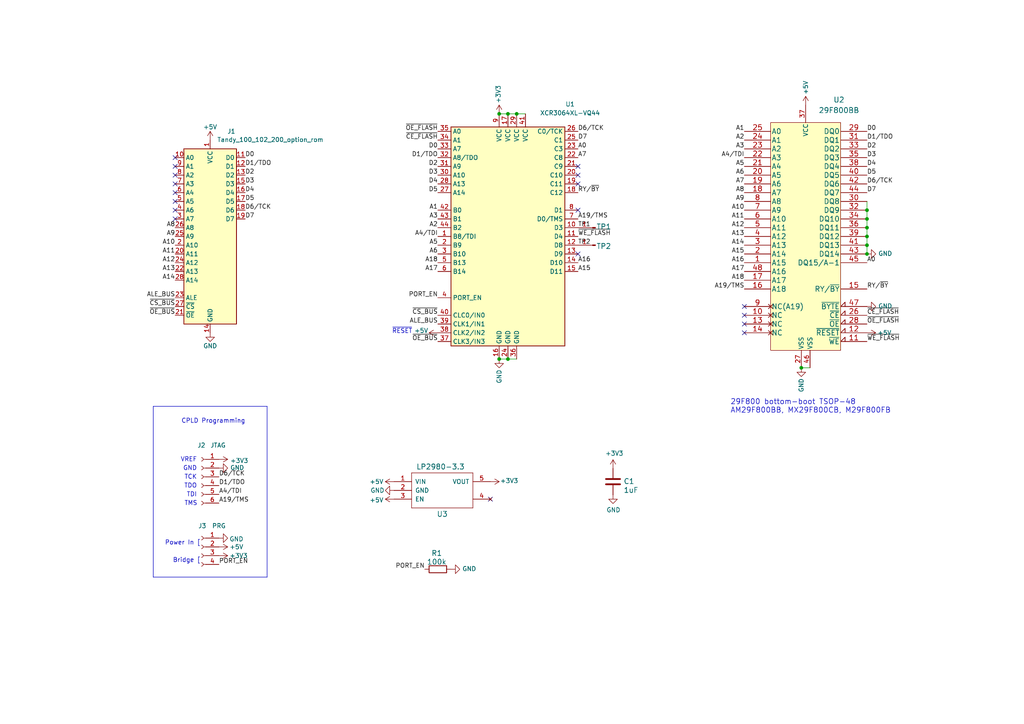
<source format=kicad_sch>
(kicad_sch (version 20230121) (generator eeschema)
  (paper "A4")
  (title_block (date "2023-06-27") (rev "001"))
  (lib_symbols
    (symbol "000_LOCAL:29F800" (pin_names (offset 0.254))
      (property "Reference" "U" (at -10.16 3.81 0))
      (property "Value" "29F800" (at 2.54 3.81 0))
      (symbol "29F800_1_0"
        (pin power_in line (at -1.27 -68.58 90) (length 5.08) (name "VSS") (number "27"))
        (pin power_in line (at 0 7.62 270) (length 5.08) (name "VCC") (number "37"))
        (pin power_in line (at 1.27 -68.58 90) (length 5.08) (name "VSS") (number "46"))
      )
      (symbol "29F800_1_1"
        (rectangle (start -10.16 2.54) (end 10.16 -63.5) (fill (type background)))
        (pin input line (at -17.78 -38.1 0) (length 7.62) (name "A15") (number "1"))
        (pin passive non_logic (at -17.78 -53.34 0) (length 7.62) (name "NC") (number "10"))
        (pin input input_low (at 17.78 -60.96 180) (length 7.62) (name "~{WE}") (number "11"))
        (pin input input_low (at 17.78 -58.42 180) (length 7.62) (name "~{RESET}") (number "12"))
        (pin passive non_logic (at -17.78 -55.88 0) (length 7.62) (name "NC") (number "13"))
        (pin passive non_logic (at -17.78 -58.42 0) (length 7.62) (name "NC") (number "14"))
        (pin output line (at 17.78 -45.72 180) (length 7.62) (name "RY/~{BY}") (number "15"))
        (pin input line (at -17.78 -45.72 0) (length 7.62) (name "A18") (number "16"))
        (pin input line (at -17.78 -43.18 0) (length 7.62) (name "A17") (number "17"))
        (pin input line (at -17.78 -17.78 0) (length 7.62) (name "A7") (number "18"))
        (pin input line (at -17.78 -15.24 0) (length 7.62) (name "A6") (number "19"))
        (pin input line (at -17.78 -35.56 0) (length 7.62) (name "A14") (number "2"))
        (pin input line (at -17.78 -12.7 0) (length 7.62) (name "A5") (number "20"))
        (pin input line (at -17.78 -10.16 0) (length 7.62) (name "A4") (number "21"))
        (pin input line (at -17.78 -7.62 0) (length 7.62) (name "A3") (number "22"))
        (pin input line (at -17.78 -5.08 0) (length 7.62) (name "A2") (number "23"))
        (pin input line (at -17.78 -2.54 0) (length 7.62) (name "A1") (number "24"))
        (pin input line (at -17.78 0 0) (length 7.62) (name "A0") (number "25"))
        (pin input input_low (at 17.78 -53.34 180) (length 7.62) (name "~{CE}") (number "26"))
        (pin input input_low (at 17.78 -55.88 180) (length 7.62) (name "~{OE}") (number "28"))
        (pin bidirectional line (at 17.78 0 180) (length 7.62) (name "DQ0") (number "29"))
        (pin input line (at -17.78 -33.02 0) (length 7.62) (name "A13") (number "3"))
        (pin bidirectional line (at 17.78 -20.32 180) (length 7.62) (name "DQ8") (number "30"))
        (pin bidirectional line (at 17.78 -2.54 180) (length 7.62) (name "DQ1") (number "31"))
        (pin bidirectional line (at 17.78 -22.86 180) (length 7.62) (name "DQ9") (number "32"))
        (pin bidirectional line (at 17.78 -5.08 180) (length 7.62) (name "DQ2") (number "33"))
        (pin bidirectional line (at 17.78 -25.4 180) (length 7.62) (name "DQ10") (number "34"))
        (pin bidirectional line (at 17.78 -7.62 180) (length 7.62) (name "DQ3") (number "35"))
        (pin bidirectional line (at 17.78 -27.94 180) (length 7.62) (name "DQ11") (number "36"))
        (pin bidirectional line (at 17.78 -10.16 180) (length 7.62) (name "DQ4") (number "38"))
        (pin bidirectional line (at 17.78 -30.48 180) (length 7.62) (name "DQ12") (number "39"))
        (pin input line (at -17.78 -30.48 0) (length 7.62) (name "A12") (number "4"))
        (pin bidirectional line (at 17.78 -12.7 180) (length 7.62) (name "DQ5") (number "40"))
        (pin bidirectional line (at 17.78 -33.02 180) (length 7.62) (name "DQ13") (number "41"))
        (pin bidirectional line (at 17.78 -15.24 180) (length 7.62) (name "DQ6") (number "42"))
        (pin bidirectional line (at 17.78 -35.56 180) (length 7.62) (name "DQ14") (number "43"))
        (pin bidirectional line (at 17.78 -17.78 180) (length 7.62) (name "DQ7") (number "44"))
        (pin bidirectional line (at 17.78 -38.1 180) (length 7.62) (name "DQ15/A-1") (number "45"))
        (pin input input_low (at 17.78 -50.8 180) (length 7.62) (name "~{BYTE}") (number "47"))
        (pin input line (at -17.78 -40.64 0) (length 7.62) (name "A16") (number "48"))
        (pin input line (at -17.78 -27.94 0) (length 7.62) (name "A11") (number "5"))
        (pin input line (at -17.78 -25.4 0) (length 7.62) (name "A10") (number "6"))
        (pin input line (at -17.78 -22.86 0) (length 7.62) (name "A9") (number "7"))
        (pin input line (at -17.78 -20.32 0) (length 7.62) (name "A8") (number "8"))
        (pin passive non_logic (at -17.78 -50.8 0) (length 7.62) (name "NC(A19)") (number "9"))
      )
    )
    (symbol "000_LOCAL:C" (pin_numbers hide) (pin_names (offset 0.254))
      (property "Reference" "C" (at 0.635 2.54 0))
      (property "Value" "C" (at 0.635 -2.54 0))
      (symbol "C_0_1"
        (polyline (pts (xy -2.032 -0.762) (xy 2.032 -0.762)) (stroke (width 0.508)))
        (polyline (pts (xy -2.032 0.762) (xy 2.032 0.762)) (stroke (width 0.508)))
      )
      (symbol "C_1_1"
        (pin passive line (at 0 3.81 270) (length 2.794) (name "~") (number "1"))
        (pin passive line (at 0 -3.81 90) (length 2.794) (name "~") (number "2"))
      )
    )
    (symbol "000_LOCAL:LP2980" (pin_names (offset 1.016))
      (property "Value" "LP2980" (at -2.54 -10.16 0))
      (symbol "LP2980_1_0"
        (polyline (pts (xy -7.62 -5.08) (xy 10.16 -5.08)))
        (polyline (pts (xy -7.62 5.08) (xy -7.62 -5.08)))
        (polyline (pts (xy 10.16 -5.08) (xy 10.16 5.08)))
        (polyline (pts (xy 10.16 5.08) (xy -7.62 5.08)))
        (pin input line (at -12.7 2.54 0) (length 5.08) (name "VIN") (number "1"))
        (pin power_in line (at -12.7 0 0) (length 5.08) (name "GND") (number "2"))
        (pin output line (at -12.7 -2.54 0) (length 5.08) (name "EN") (number "3"))
        (pin no_connect line (at 15.24 -2.54 180) (length 5.08) (name "~") (number "4"))
        (pin input line (at 15.24 2.54 180) (length 5.08) (name "VOUT") (number "5"))
      )
    )
    (symbol "000_LOCAL:R" (pin_numbers hide) (pin_names (offset 0))
      (property "Reference" "R" (at 2.032 0 90))
      (property "Value" "R" (at 0 0 90))
      (symbol "R_0_1"
        (rectangle (start -1.016 -2.54) (end 1.016 2.54) (stroke (width 0.254)))
      )
      (symbol "R_1_1"
        (pin passive line (at 0 3.81 270) (length 1.27) (name "~") (number "1"))
        (pin passive line (at 0 -3.81 90) (length 1.27) (name "~") (number "2"))
      )
    )
    (symbol "000_LOCAL:Tandy_100_102_200_option_rom"
      (property "Reference" "U" (at -7.62 26.67 0))
      (property "Value" "Tandy_100_102_200_option_rom" (at 2.54 -26.67 0))
      (symbol "Tandy_100_102_200_option_rom_1_1"
        (rectangle (start -7.62 25.4) (end 7.62 -25.4) (stroke (width 0.254)) (fill (type background)))
        (pin power_in line (at 0 27.94 270) (length 2.54) (name "VCC") (number "1"))
        (pin input line (at -10.16 22.86 0) (length 2.54) (name "A0") (number "10"))
        (pin tri_state line (at 10.16 22.86 180) (length 2.54) (name "D0") (number "11"))
        (pin tri_state line (at 10.16 20.32 180) (length 2.54) (name "D1") (number "12"))
        (pin tri_state line (at 10.16 17.78 180) (length 2.54) (name "D2") (number "13"))
        (pin power_in line (at 0 -27.94 90) (length 2.54) (name "GND") (number "14"))
        (pin tri_state line (at 10.16 15.24 180) (length 2.54) (name "D3") (number "15"))
        (pin tri_state line (at 10.16 12.7 180) (length 2.54) (name "D4") (number "16"))
        (pin tri_state line (at 10.16 10.16 180) (length 2.54) (name "D5") (number "17"))
        (pin tri_state line (at 10.16 7.62 180) (length 2.54) (name "D6") (number "18"))
        (pin tri_state line (at 10.16 5.08 180) (length 2.54) (name "D7") (number "19"))
        (pin input line (at -10.16 -2.54 0) (length 2.54) (name "A10") (number "2"))
        (pin input line (at -10.16 -5.08 0) (length 2.54) (name "A11") (number "20"))
        (pin input line (at -10.16 -22.86 0) (length 2.54) (name "~{OE}") (number "21"))
        (pin input line (at -10.16 -10.16 0) (length 2.54) (name "A13") (number "22"))
        (pin input line (at -10.16 -17.78 0) (length 2.54) (name "ALE") (number "23"))
        (pin input line (at -10.16 -7.62 0) (length 2.54) (name "A12") (number "24"))
        (pin input line (at -10.16 0 0) (length 2.54) (name "A9") (number "25"))
        (pin input line (at -10.16 2.54 0) (length 2.54) (name "A8") (number "26"))
        (pin input line (at -10.16 -20.32 0) (length 2.54) (name "~{CS}") (number "27"))
        (pin input line (at -10.16 -12.7 0) (length 2.54) (name "A14") (number "28"))
        (pin input line (at -10.16 5.08 0) (length 2.54) (name "A7") (number "3"))
        (pin input line (at -10.16 7.62 0) (length 2.54) (name "A6") (number "4"))
        (pin input line (at -10.16 10.16 0) (length 2.54) (name "A5") (number "5"))
        (pin input line (at -10.16 12.7 0) (length 2.54) (name "A4") (number "6"))
        (pin input line (at -10.16 15.24 0) (length 2.54) (name "A3") (number "7"))
        (pin input line (at -10.16 17.78 0) (length 2.54) (name "A2") (number "8"))
        (pin input line (at -10.16 20.32 0) (length 2.54) (name "A1") (number "9"))
      )
    )
    (symbol "000_LOCAL:XCR3064-VQ44"
      (property "Reference" "U" (at 0.254 2.032 0))
      (property "Value" "XCR3064-VQ44" (at 0.127 -2.286 0))
      (symbol "XCR3064-VQ44_1_1"
        (rectangle (start -16.51 31.75) (end 16.51 -31.75) (stroke (width 0.254)) (fill (type background)))
        (pin passive line (at -20.32 0 0) (length 3.81) (name "B8/TDI") (number "1"))
        (pin passive line (at 20.32 2.54 180) (length 3.81) (name "D3") (number "10"))
        (pin passive line (at 20.32 0 180) (length 3.81) (name "D4") (number "11"))
        (pin passive line (at 20.32 -2.54 180) (length 3.81) (name "D8") (number "12"))
        (pin passive line (at 20.32 -5.08 180) (length 3.81) (name "D9") (number "13"))
        (pin passive line (at 20.32 -7.62 180) (length 3.81) (name "D10") (number "14"))
        (pin passive line (at 20.32 -10.16 180) (length 3.81) (name "D11") (number "15"))
        (pin power_in line (at -2.54 -35.56 90) (length 3.81) (name "GND") (number "16"))
        (pin power_in line (at 0 35.56 270) (length 3.81) (name "VCC") (number "17"))
        (pin passive line (at 20.32 12.7 180) (length 3.81) (name "C12") (number "18"))
        (pin passive line (at 20.32 15.24 180) (length 3.81) (name "C11") (number "19"))
        (pin passive line (at -20.32 -2.54 0) (length 3.81) (name "B9") (number "2"))
        (pin passive line (at 20.32 17.78 180) (length 3.81) (name "C10") (number "20"))
        (pin passive line (at 20.32 20.32 180) (length 3.81) (name "C9") (number "21"))
        (pin passive line (at 20.32 22.86 180) (length 3.81) (name "C8") (number "22"))
        (pin passive line (at 20.32 25.4 180) (length 3.81) (name "C3") (number "23"))
        (pin power_in line (at 0 -35.56 90) (length 3.81) (name "GND") (number "24"))
        (pin passive line (at 20.32 27.94 180) (length 3.81) (name "C1") (number "25"))
        (pin passive line (at 20.32 30.48 180) (length 3.81) (name "C0/TCK") (number "26"))
        (pin passive line (at -20.32 12.7 0) (length 3.81) (name "A14") (number "27"))
        (pin passive line (at -20.32 15.24 0) (length 3.81) (name "A13") (number "28"))
        (pin power_in line (at 2.54 35.56 270) (length 3.81) (name "VCC") (number "29"))
        (pin passive line (at -20.32 -5.08 0) (length 3.81) (name "B10") (number "3"))
        (pin passive line (at -20.32 17.78 0) (length 3.81) (name "A10") (number "30"))
        (pin passive line (at -20.32 20.32 0) (length 3.81) (name "A9") (number "31"))
        (pin passive line (at -20.32 22.86 0) (length 3.81) (name "A8/TDO") (number "32"))
        (pin passive line (at -20.32 25.4 0) (length 3.81) (name "A7") (number "33"))
        (pin passive line (at -20.32 27.94 0) (length 3.81) (name "A1") (number "34"))
        (pin passive line (at -20.32 30.48 0) (length 3.81) (name "A0") (number "35"))
        (pin power_in line (at 2.54 -35.56 90) (length 3.81) (name "GND") (number "36"))
        (pin input line (at -20.32 -30.48 0) (length 3.81) (name "CLK3/IN3") (number "37"))
        (pin input line (at -20.32 -27.94 0) (length 3.81) (name "CLK2/IN2") (number "38"))
        (pin input line (at -20.32 -25.4 0) (length 3.81) (name "CLK1/IN1") (number "39"))
        (pin input line (at -20.32 -17.78 0) (length 3.81) (name "PORT_EN") (number "4"))
        (pin input line (at -20.32 -22.86 0) (length 3.81) (name "CLC0/IN0") (number "40"))
        (pin power_in line (at 5.08 35.56 270) (length 3.81) (name "VCC") (number "41"))
        (pin passive line (at -20.32 7.62 0) (length 3.81) (name "B0") (number "42"))
        (pin passive line (at -20.32 5.08 0) (length 3.81) (name "B1") (number "43"))
        (pin passive line (at -20.32 2.54 0) (length 3.81) (name "B2") (number "44"))
        (pin passive line (at -20.32 -7.62 0) (length 3.81) (name "B13") (number "5"))
        (pin passive line (at -20.32 -10.16 0) (length 3.81) (name "B14") (number "6"))
        (pin passive line (at 20.32 5.08 180) (length 3.81) (name "D0/TMS") (number "7"))
        (pin passive line (at 20.32 7.62 180) (length 3.81) (name "D1") (number "8"))
        (pin power_in line (at -2.54 35.56 270) (length 3.81) (name "VCC") (number "9"))
      )
    )
    (symbol "Connector:Conn_01x01_Male" (pin_names (offset 1.016) hide)
      (property "Reference" "J" (at 0 2.54 0))
      (property "Value" "Conn_01x01_Male" (at 0 -2.54 0))
      (symbol "Conn_01x01_Male_1_1"
        (polyline (pts (xy 1.27 0) (xy 0.8636 0)) (stroke (width 0.1524)))
        (rectangle (start 0.8636 0.127) (end 0 -0.127) (stroke (width 0.1524)) (fill (type outline)))
        (pin passive line (at 5.08 0 180) (length 3.81) (name "Pin_1") (number "1"))
      )
    )
    (symbol "Connector:Conn_01x04_Female" (pin_names (offset 1.016) hide)
      (property "Reference" "J" (at 0 5.08 0))
      (property "Value" "Conn_01x04_Female" (at 0 -7.62 0))
      (symbol "Conn_01x04_Female_1_1"
        (arc (start 0 -4.572) (mid -0.5058 -5.08) (end 0 -5.588) (stroke (width 0.1524)))
        (arc (start 0 -2.032) (mid -0.5058 -2.54) (end 0 -3.048) (stroke (width 0.1524)))
        (polyline (pts (xy -1.27 -5.08) (xy -0.508 -5.08)) (stroke (width 0.1524)))
        (polyline (pts (xy -1.27 -2.54) (xy -0.508 -2.54)) (stroke (width 0.1524)))
        (polyline (pts (xy -1.27 0) (xy -0.508 0)) (stroke (width 0.1524)))
        (polyline (pts (xy -1.27 2.54) (xy -0.508 2.54)) (stroke (width 0.1524)))
        (arc (start 0 0.508) (mid -0.5058 0) (end 0 -0.508) (stroke (width 0.1524)))
        (arc (start 0 3.048) (mid -0.5058 2.54) (end 0 2.032) (stroke (width 0.1524)))
        (pin passive line (at -5.08 2.54 0) (length 3.81) (name "Pin_1") (number "1"))
        (pin passive line (at -5.08 0 0) (length 3.81) (name "Pin_2") (number "2"))
        (pin passive line (at -5.08 -2.54 0) (length 3.81) (name "Pin_3") (number "3"))
        (pin passive line (at -5.08 -5.08 0) (length 3.81) (name "Pin_4") (number "4"))
      )
    )
    (symbol "Connector:Conn_01x06_Female" (pin_names (offset 1.016) hide)
      (property "Reference" "J" (at 0 7.62 0))
      (property "Value" "Conn_01x06_Female" (at 0 -10.16 0))
      (symbol "Conn_01x06_Female_1_1"
        (arc (start 0 -7.112) (mid -0.5058 -7.62) (end 0 -8.128) (stroke (width 0.1524)))
        (arc (start 0 -4.572) (mid -0.5058 -5.08) (end 0 -5.588) (stroke (width 0.1524)))
        (arc (start 0 -2.032) (mid -0.5058 -2.54) (end 0 -3.048) (stroke (width 0.1524)))
        (polyline (pts (xy -1.27 -7.62) (xy -0.508 -7.62)) (stroke (width 0.1524)))
        (polyline (pts (xy -1.27 -5.08) (xy -0.508 -5.08)) (stroke (width 0.1524)))
        (polyline (pts (xy -1.27 -2.54) (xy -0.508 -2.54)) (stroke (width 0.1524)))
        (polyline (pts (xy -1.27 0) (xy -0.508 0)) (stroke (width 0.1524)))
        (polyline (pts (xy -1.27 2.54) (xy -0.508 2.54)) (stroke (width 0.1524)))
        (polyline (pts (xy -1.27 5.08) (xy -0.508 5.08)) (stroke (width 0.1524)))
        (arc (start 0 0.508) (mid -0.5058 0) (end 0 -0.508) (stroke (width 0.1524)))
        (arc (start 0 3.048) (mid -0.5058 2.54) (end 0 2.032) (stroke (width 0.1524)))
        (arc (start 0 5.588) (mid -0.5058 5.08) (end 0 4.572) (stroke (width 0.1524)))
        (pin passive line (at -5.08 5.08 0) (length 3.81) (name "Pin_1") (number "1"))
        (pin passive line (at -5.08 2.54 0) (length 3.81) (name "Pin_2") (number "2"))
        (pin passive line (at -5.08 0 0) (length 3.81) (name "Pin_3") (number "3"))
        (pin passive line (at -5.08 -2.54 0) (length 3.81) (name "Pin_4") (number "4"))
        (pin passive line (at -5.08 -5.08 0) (length 3.81) (name "Pin_5") (number "5"))
        (pin passive line (at -5.08 -7.62 0) (length 3.81) (name "Pin_6") (number "6"))
      )
    )
    (symbol "power:+3V3" (power) (pin_names (offset 0))
      (property "Value" "+3V3" (at 0 3.556 0))
      (symbol "+3V3_0_1"
        (polyline (pts (xy -0.762 1.27) (xy 0 2.54)))
        (polyline (pts (xy 0 0) (xy 0 2.54)))
        (polyline (pts (xy 0 2.54) (xy 0.762 1.27)))
      )
      (symbol "+3V3_1_1"
        (pin power_in line (at 0 0 90) (length 0) hide (name "+3V3") (number "1"))
      )
    )
    (symbol "power:+5V" (power) (pin_names (offset 0))
      (property "Value" "+5V" (at 0 3.556 0))
      (symbol "+5V_0_1"
        (polyline (pts (xy -0.762 1.27) (xy 0 2.54)))
        (polyline (pts (xy 0 0) (xy 0 2.54)))
        (polyline (pts (xy 0 2.54) (xy 0.762 1.27)))
      )
      (symbol "+5V_1_1"
        (pin power_in line (at 0 0 90) (length 0) hide (name "+5V") (number "1"))
      )
    )
    (symbol "power:GND" (power) (pin_names (offset 0))
      (property "Value" "GND" (at 0 -3.81 0))
      (symbol "GND_0_1"
        (polyline (pts (xy 0 0) (xy 0 -1.27) (xy 1.27 -1.27) (xy 0 -2.54) (xy -1.27 -1.27) (xy 0 -1.27)))
      )
      (symbol "GND_1_1"
        (pin power_in line (at 0 0 270) (length 0) hide (name "GND") (number "1"))
      )
    )
  )
  (junction (at 149.86 33.02))
  (junction (at 147.32 104.14))
  (junction (at 144.78 104.14))
  (junction (at 251.46 71.12))
  (junction (at 251.46 68.58))
  (junction (at 144.78 33.02))
  (junction (at 232.41 106.68))
  (junction (at 251.46 73.66))
  (junction (at 147.32 33.02))
  (junction (at 251.46 60.96))
  (junction (at 251.46 63.5))
  (junction (at 251.46 66.04))
  (no_connect (at 215.9 93.98))
  (no_connect (at 142.24 144.78))
  (no_connect (at 215.9 96.52))
  (no_connect (at 167.64 73.66))
  (no_connect (at 215.9 91.44))
  (no_connect (at 50.8 55.88))
  (no_connect (at 50.8 58.42))
  (no_connect (at 50.8 60.96))
  (no_connect (at 50.8 63.5))
  (no_connect (at 50.8 45.72))
  (no_connect (at 50.8 48.26))
  (no_connect (at 50.8 50.8))
  (no_connect (at 50.8 53.34))
  (no_connect (at 167.64 60.96))
  (no_connect (at 167.64 53.34))
  (no_connect (at 167.64 50.8))
  (no_connect (at 167.64 48.26))
  (no_connect (at 215.9 88.9))
  (wire (pts (xy 251.46 71.12) (xy 251.46 73.66)))
  (wire (pts (xy 251.46 58.42) (xy 251.46 60.96)))
  (wire (pts (xy 251.46 66.04) (xy 251.46 68.58)))
  (wire (pts (xy 251.46 60.96) (xy 251.46 63.5)))
  (polyline (pts (xy 77.47 167.386) (xy 44.45 167.386)))
  (wire (pts (xy 149.86 33.02) (xy 152.4 33.02)))
  (wire (pts (xy 147.32 104.14) (xy 149.86 104.14)))
  (wire (pts (xy 251.46 63.5) (xy 251.46 66.04)))
  (wire (pts (xy 147.32 33.02) (xy 149.86 33.02)))
  (wire (pts (xy 251.46 68.58) (xy 251.46 71.12)))
  (polyline (pts (xy 44.45 167.386) (xy 44.45 117.856)))
  (polyline (pts (xy 77.47 117.856) (xy 77.47 167.386)))
  (polyline (pts (xy 44.45 117.856) (xy 77.47 117.856)))
  (wire (pts (xy 144.78 104.14) (xy 147.32 104.14)))
  (wire (pts (xy 144.78 33.02) (xy 147.32 33.02)))
  (wire (pts (xy 232.41 106.68) (xy 234.95 106.68)))
  (text "29F800 bottom-boot TSOP-48\nAM29F800BB, MX29F800CB, M29F800FB" (at 211.836 120.015 0) (effects (font (size 1.524 1.524)) (justify left bottom)))
  (text "Power In [" (at 58.166 158.242 0) (effects (font (size 1.27 1.27)) (justify right bottom)))
  (text "TDI" (at 57.15 144.272 0) (effects (font (size 1.27 1.27)) (justify right bottom)))
  (text "TMS" (at 57.277 146.812 0) (effects (font (size 1.27 1.27)) (justify right bottom)))
  (text "CPLD Programming" (at 52.578 122.936 0) (effects (font (size 1.27 1.27)) (justify left bottom)))
  (text "GND" (at 57.15 136.652 0) (effects (font (size 1.27 1.27)) (justify right bottom)))
  (text "VREF" (at 57.15 134.112 0) (effects (font (size 1.27 1.27)) (justify right bottom)))
  (text "TCK" (at 57.15 139.192 0) (effects (font (size 1.27 1.27)) (justify right bottom)))
  (text "TDO" (at 57.15 141.732 0) (effects (font (size 1.27 1.27)) (justify right bottom)))
  (text "Bridge [" (at 58.166 163.322 0) (effects (font (size 1.27 1.27)) (justify right bottom)))
  (text "~{RESET}" (at 119.634 96.901 0) (effects (font (size 1.27 1.27)) (justify right bottom)))
  (label "A17" (at 215.9 78.74 180))
  (label "A2" (at 215.9 40.64 180))
  (label "D0" (at 127 43.18 180))
  (label "A19{slash}TMS" (at 167.64 63.5 0))
  (label "A18" (at 215.9 81.28 180))
  (label "PORT_EN" (at 127 86.36 180))
  (label "D7" (at 167.64 40.64 0))
  (label "D4" (at 251.46 48.26 0))
  (label "ALE_BUS" (at 127 93.98 180))
  (label "ALE_BUS" (at 50.8 86.36 180))
  (label "D3" (at 127 50.8 180))
  (label "A16" (at 167.64 76.2 0))
  (label "A0" (at 251.46 76.2 0))
  (label "A12" (at 215.9 66.04 180))
  (label "A19{slash}TMS" (at 63.5 145.923 0))
  (label "D6{slash}TCK" (at 63.5 138.303 0))
  (label "TP2" (at 167.64 71.12 0))
  (label "A14" (at 215.9 71.12 180))
  (label "~{WE_FLASH}" (at 167.64 68.58 0))
  (label "D5" (at 127 55.88 180))
  (label "A12" (at 50.8 76.2 180))
  (label "TP1" (at 167.64 66.04 0))
  (label "~{OE_BUS}" (at 127 99.06 180))
  (label "A1" (at 215.9 38.1 180))
  (label "A11" (at 50.8 73.66 180))
  (label "D6{slash}TCK" (at 167.64 38.1 0))
  (label "A10" (at 215.9 60.96 180))
  (label "A11" (at 215.9 63.5 180))
  (label "D6{slash}TCK" (at 251.46 53.34 0))
  (label "A9" (at 50.8 68.58 180))
  (label "A7" (at 167.64 45.72 0))
  (label "D3" (at 251.46 45.72 0))
  (label "D5" (at 71.12 58.42 0))
  (label "D2" (at 127 48.26 180))
  (label "~{OE_FLASH}" (at 127 38.1 180))
  (label "A13" (at 50.8 78.74 180))
  (label "RY{slash}~{BY}" (at 251.46 83.82 0))
  (label "~{WE_FLASH}" (at 251.46 99.06 0))
  (label "A5" (at 127 71.12 180))
  (label "A10" (at 50.8 71.12 180))
  (label "PORT_EN" (at 63.5 163.703 0))
  (label "~{CS_BUS}" (at 50.8 88.9 180))
  (label "A4{slash}TDI" (at 63.5 143.383 0))
  (label "~{CE_FLASH}" (at 127 40.64 180))
  (label "A5" (at 215.9 48.26 180))
  (label "A6" (at 215.9 50.8 180))
  (label "A18" (at 127 76.2 180))
  (label "PORT_EN" (at 123.19 165.1 180))
  (label "A0" (at 167.64 43.18 0))
  (label "D5" (at 251.46 50.8 0))
  (label "RY{slash}~{BY}" (at 167.64 55.88 0))
  (label "A15" (at 167.64 78.74 0))
  (label "D7" (at 251.46 55.88 0))
  (label "D1{slash}TDO" (at 71.12 48.26 0))
  (label "D1{slash}TDO" (at 127 45.72 180))
  (label "A15" (at 215.9 73.66 180))
  (label "A19{slash}TMS" (at 215.9 83.82 180))
  (label "A2" (at 127 66.04 180))
  (label "A13" (at 215.9 68.58 180))
  (label "A7" (at 215.9 53.34 180))
  (label "D7" (at 71.12 63.5 0))
  (label "D3" (at 71.12 53.34 0))
  (label "A17" (at 127 78.74 180))
  (label "A3" (at 127 63.5 180))
  (label "D4" (at 71.12 55.88 0))
  (label "~{CE_FLASH}" (at 251.46 91.44 0))
  (label "A3" (at 215.9 43.18 180))
  (label "D0" (at 251.46 38.1 0))
  (label "D4" (at 127 53.34 180))
  (label "D2" (at 251.46 43.18 0))
  (label "A6" (at 127 73.66 180))
  (label "A9" (at 215.9 58.42 180))
  (label "A8" (at 215.9 55.88 180))
  (label "D2" (at 71.12 50.8 0))
  (label "D1{slash}TDO" (at 63.5 140.843 0))
  (label "A1" (at 127 60.96 180))
  (label "D1{slash}TDO" (at 251.46 40.64 0))
  (label "A14" (at 50.8 81.28 180))
  (label "A16" (at 215.9 76.2 180))
  (label "D6{slash}TCK" (at 71.12 60.96 0))
  (label "~{CS_BUS}" (at 127 91.44 180))
  (label "~{OE_BUS}" (at 50.8 91.44 180))
  (label "~{OE_FLASH}" (at 251.46 93.98 0))
  (label "D0" (at 71.12 45.72 0))
  (label "A4{slash}TDI" (at 215.9 45.72 180))
  (label "A4{slash}TDI" (at 127 68.58 180))
  (label "A8" (at 50.8 66.04 180))
  (symbol (lib_id "000_LOCAL:R") (at 127 165.1 90) (mirror x) (unit 1)
    (property "Reference" "R1" (at 128.27 161.29 90) (effects (font (size 1.4986 1.4986)) (justify left bottom)))
    (property "Value" "100k" (at 129.54 163.83 90) (effects (font (size 1.4986 1.4986)) (justify left bottom)))
    (property "Footprint" "000_LOCAL:R_0805" (effects hide))
  )
  (symbol (lib_id "000_LOCAL:C") (at 177.8 139.7 0) (unit 1)
    (property "Reference" "C1" (at 180.848 140.462 0) (effects (font (size 1.4986 1.4986)) (justify left bottom)))
    (property "Value" "1uF" (at 180.848 143.002 0) (effects (font (size 1.4986 1.4986)) (justify left bottom)))
    (property "Footprint" "000_LOCAL:C_0805" (effects hide))
  )
  (symbol (lib_id "power:GND") (at 114.3 142.24 270) (unit 1)
    (property "Reference" "#PWR0103" (effects hide))
    (property "Value" "GND" (at 109.474 142.24 90))
  )
  (symbol (lib_id "power:GND") (at 177.8 143.51 0) (unit 1)
    (property "Reference" "#PWR0104" (effects hide))
    (property "Value" "GND" (at 177.927 147.9042 0))
  )
  (symbol (lib_id "power:+3V3") (at 177.8 135.89 0) (unit 1)
    (property "Reference" "#PWR0105" (effects hide))
    (property "Value" "+3V3" (at 178.181 131.4958 0))
  )
  (symbol (lib_id "Connector:Conn_01x04_Female") (at 58.42 158.623 0) (mirror y) (unit 1)
    (property "Reference" "J3" (at 58.674 152.527 0))
    (property "Value" "PRG" (at 63.5 152.527 0))
    (property "Footprint" "000_LOCAL:1x4_pcb_socket" (effects hide))
  )
  (symbol (lib_id "power:+3V3") (at 142.24 139.7 270) (unit 1)
    (property "Reference" "#PWR0106" (effects hide))
    (property "Value" "+3V3" (at 145.034 139.446 90) (effects (justify left)))
  )
  (symbol (lib_id "power:+3V3") (at 63.5 133.223 270) (unit 1)
    (property "Reference" "#PWR0107" (effects hide))
    (property "Value" "+3V3" (at 66.7512 133.604 90) (effects (justify left)))
  )
  (symbol (lib_id "power:GND") (at 63.5 135.763 90) (unit 1)
    (property "Reference" "#PWR0108" (effects hide))
    (property "Value" "GND" (at 66.7512 135.636 90) (effects (justify right)))
  )
  (symbol (lib_id "000_LOCAL:LP2980") (at 127 142.24 0) (unit 1)
    (property "Reference" "U3" (at 128.27 149.098 0) (effects (font (size 1.4986 1.4986))))
    (property "Value" "LP2980-3.3" (at 127.762 135.382 0) (effects (font (size 1.4986 1.4986))))
    (property "Footprint" "000_LOCAL:SOT-23-5" (effects hide))
  )
  (symbol (lib_id "Connector:Conn_01x06_Female") (at 58.42 138.303 0) (mirror y) (unit 1)
    (property "Reference" "J2" (at 58.42 129.159 0))
    (property "Value" "JTAG" (at 63.246 129.159 0))
    (property "Footprint" "000_LOCAL:1x6_pcb_socket" (effects hide))
  )
  (symbol (lib_id "power:GND") (at 130.81 165.1 90) (unit 1)
    (property "Reference" "#PWR0101" (effects hide))
    (property "Value" "GND" (at 134.0612 164.973 90) (effects (justify right)))
  )
  (symbol (lib_id "power:+5V") (at 114.3 139.7 90) (unit 1)
    (property "Reference" "#PWR0125" (effects hide))
    (property "Value" "+5V" (at 109.22 139.7 90))
  )
  (symbol (lib_id "power:+5V") (at 114.3 144.78 90) (unit 1)
    (property "Reference" "#PWR0126" (effects hide))
    (property "Value" "+5V" (at 109.22 145.034 90))
  )
  (symbol (lib_id "power:+5V") (at 251.46 96.52 270) (unit 1)
    (property "Reference" "#PWR0127" (effects hide))
    (property "Value" "+5V" (at 256.54 96.52 90))
  )
  (symbol (lib_id "power:+3V3") (at 63.5 161.163 270) (unit 1)
    (property "Reference" "#PWR0128" (effects hide))
    (property "Value" "+3V3" (at 66.548 161.163 90) (effects (justify left)))
  )
  (symbol (lib_id "power:+5V") (at 63.5 158.623 270) (unit 1)
    (property "Reference" "#PWR0129" (effects hide))
    (property "Value" "+5V" (at 68.58 158.623 90))
  )
  (symbol (lib_id "power:+5V") (at 60.96 40.64 0) (unit 1)
    (property "Reference" "#PWR0130" (effects hide))
    (property "Value" "+5V" (at 60.96 36.83 0))
  )
  (symbol (lib_id "power:GND") (at 60.96 96.52 0) (unit 1)
    (property "Reference" "#PWR0131" (effects hide))
    (property "Value" "GND" (at 60.96 100.33 0))
  )
  (symbol (lib_id "power:GND") (at 63.5 156.083 90) (unit 1)
    (property "Reference" "#PWR0132" (effects hide))
    (property "Value" "GND" (at 68.58 156.337 90))
  )
  (symbol (lib_id "000_LOCAL:XCR3064-VQ44") (at 147.32 68.58 0) (unit 1)
    (property "Reference" "U1" (at 165.354 30.226 0))
    (property "Value" "XCR3064XL-VQ44" (at 165.354 32.766 0))
    (property "Footprint" "000_LOCAL:VQFP44" (effects hide))
    (property "Datasheet" "https://www.xilinx.com/support/documentation/data_sheets/ds017.pdf" (effects hide))
  )
  (symbol (lib_id "power:GND") (at 144.78 104.14 0) (unit 1)
    (property "Reference" "#PWR0102" (effects hide))
    (property "Value" "GND" (at 144.78 109.22 90))
  )
  (symbol (lib_id "power:+3V3") (at 144.78 33.02 0) (unit 1)
    (property "Reference" "#PWR0111" (effects hide))
    (property "Value" "+3V3" (at 144.526 29.972 90) (effects (justify left)))
  )
  (symbol (lib_id "Connector:Conn_01x01_Male") (at 172.72 66.04 180) (unit 1)
    (property "Reference" "TP1" (at 177.292 64.897 0) (effects (font (size 1.4986 1.4986)) (justify left bottom)))
    (property "Value" "PINHD-1X1" (effects hide))
    (property "Footprint" "000_LOCAL:1x1_pin_h" (effects hide))
  )
  (symbol (lib_id "Connector:Conn_01x01_Male") (at 172.72 71.12 0) (mirror y) (unit 1)
    (property "Reference" "TP2" (at 177.292 72.263 0) (effects (font (size 1.4986 1.4986)) (justify left bottom)))
    (property "Value" "PINHD-1X1" (effects hide))
    (property "Footprint" "000_LOCAL:1x1_pin_h" (effects hide))
  )
  (symbol (lib_id "000_LOCAL:29F800") (at 233.68 38.1 0) (unit 1)
    (property "Reference" "U2" (at 243.332 28.956 0) (effects (font (size 1.524 1.524))))
    (property "Value" "29F800BB" (at 243.332 32.004 0) (effects (font (size 1.524 1.524))))
    (property "Footprint" "000_LOCAL:TSOP-48" (effects hide))
    (property "Datasheet" "http://www.mxic.com.tw/Lists/Datasheet/Attachments/7650/MX29F800C%20T-B,%205V,%208Mb,%20v1.3.pdf" (effects hide))
  )
  (symbol (lib_id "power:GND") (at 251.46 88.9 90) (unit 1)
    (property "Reference" "#PWR0115" (effects hide))
    (property "Value" "GND" (at 254.7112 88.773 90) (effects (justify right)))
  )
  (symbol (lib_id "power:GND") (at 232.41 106.68 0) (unit 1)
    (property "Reference" "#PWR0123" (effects hide))
    (property "Value" "GND" (at 232.41 111.76 90))
  )
  (symbol (lib_id "power:+5V") (at 233.68 30.48 0) (unit 1)
    (property "Reference" "#PWR0133" (effects hide))
    (property "Value" "+5V" (at 233.68 25.4 90))
  )
  (symbol (lib_id "power:+5V") (at 127 96.52 90) (mirror x) (unit 1)
    (property "Reference" "#PWR0134" (effects hide))
    (property "Value" "+5V" (at 122.174 95.885 90))
  )
  (symbol (lib_id "power:GND") (at 251.46 73.66 90) (unit 1)
    (property "Reference" "#PWR0109" (effects hide))
    (property "Value" "GND" (at 254.7112 73.533 90) (effects (justify right)))
  )
  (symbol (lib_id "000_LOCAL:Tandy_100_102_200_option_rom") (at 60.96 68.58 0) (unit 1)
    (property "Reference" "J1" (at 65.913 38.1 0) (effects (justify left)))
    (property "Value" "Tandy_100_102_200_option_rom" (at 62.9794 40.513 0) (effects (justify left)))
    (property "Footprint" "000_LOCAL:Molex78802_PCB_28_REX_slots" (effects hide))
  )
)
</source>
